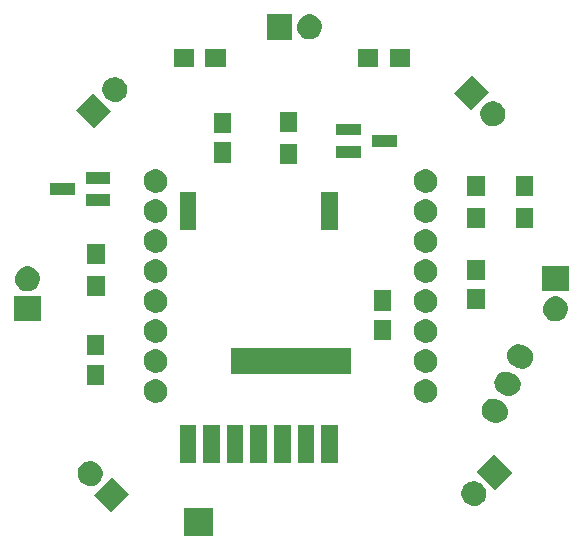
<source format=gts>
G04 #@! TF.FileFunction,Soldermask,Top*
%FSLAX46Y46*%
G04 Gerber Fmt 4.6, Leading zero omitted, Abs format (unit mm)*
G04 Created by KiCad (PCBNEW 4.0.4-stable) date Sunday 07 May 2017 'à' 19:16:10*
%MOMM*%
%LPD*%
G01*
G04 APERTURE LIST*
%ADD10C,0.100000*%
G04 APERTURE END LIST*
D10*
G36*
X138119200Y-111219200D02*
X135680800Y-111219200D01*
X135680800Y-108780800D01*
X138119200Y-108780800D01*
X138119200Y-111219200D01*
X138119200Y-111219200D01*
G37*
G36*
X131062542Y-107660645D02*
X129504645Y-109218542D01*
X128017458Y-107731355D01*
X129575355Y-106173458D01*
X131062542Y-107660645D01*
X131062542Y-107660645D01*
G37*
G36*
X160314407Y-106545149D02*
X160516417Y-106586617D01*
X160706539Y-106666536D01*
X160877510Y-106781858D01*
X161022826Y-106928192D01*
X161136950Y-107099963D01*
X161215538Y-107290632D01*
X161255526Y-107492587D01*
X161255526Y-107492592D01*
X161255594Y-107492936D01*
X161252305Y-107728489D01*
X161252228Y-107728827D01*
X161252228Y-107728836D01*
X161206616Y-107929597D01*
X161122737Y-108117993D01*
X161003858Y-108286513D01*
X160854512Y-108428734D01*
X160680387Y-108539238D01*
X160488112Y-108613816D01*
X160285019Y-108649627D01*
X160078833Y-108645308D01*
X159877412Y-108601023D01*
X159688430Y-108518458D01*
X159519089Y-108400763D01*
X159375829Y-108252414D01*
X159264112Y-108079063D01*
X159188192Y-107887310D01*
X159150964Y-107684475D01*
X159153843Y-107478264D01*
X159196722Y-107276539D01*
X159277963Y-107086987D01*
X159394478Y-106916823D01*
X159541822Y-106772533D01*
X159714389Y-106659608D01*
X159905603Y-106582352D01*
X160108176Y-106543710D01*
X160314407Y-106545149D01*
X160314407Y-106545149D01*
G37*
G36*
X163522542Y-105835355D02*
X162035355Y-107322542D01*
X160477458Y-105764645D01*
X161964645Y-104277458D01*
X163522542Y-105835355D01*
X163522542Y-105835355D01*
G37*
G36*
X127854407Y-104849047D02*
X128056417Y-104890515D01*
X128246539Y-104970434D01*
X128417510Y-105085756D01*
X128562826Y-105232090D01*
X128676950Y-105403861D01*
X128755538Y-105594530D01*
X128795526Y-105796485D01*
X128795526Y-105796490D01*
X128795594Y-105796834D01*
X128792305Y-106032387D01*
X128792228Y-106032725D01*
X128792228Y-106032734D01*
X128746616Y-106233495D01*
X128662737Y-106421891D01*
X128543858Y-106590411D01*
X128394512Y-106732632D01*
X128220387Y-106843136D01*
X128028112Y-106917714D01*
X127825019Y-106953525D01*
X127618833Y-106949206D01*
X127417412Y-106904921D01*
X127228430Y-106822356D01*
X127059089Y-106704661D01*
X126915829Y-106556312D01*
X126804112Y-106382961D01*
X126728192Y-106191208D01*
X126690964Y-105988373D01*
X126693843Y-105782162D01*
X126736722Y-105580437D01*
X126817963Y-105390885D01*
X126934478Y-105220721D01*
X127081822Y-105076431D01*
X127254389Y-104963506D01*
X127445603Y-104886250D01*
X127648176Y-104847608D01*
X127854407Y-104849047D01*
X127854407Y-104849047D01*
G37*
G36*
X136701600Y-105001600D02*
X135298400Y-105001600D01*
X135298400Y-101798400D01*
X136701600Y-101798400D01*
X136701600Y-105001600D01*
X136701600Y-105001600D01*
G37*
G36*
X138701600Y-105001600D02*
X137298400Y-105001600D01*
X137298400Y-101798400D01*
X138701600Y-101798400D01*
X138701600Y-105001600D01*
X138701600Y-105001600D01*
G37*
G36*
X140701600Y-105001600D02*
X139298400Y-105001600D01*
X139298400Y-101798400D01*
X140701600Y-101798400D01*
X140701600Y-105001600D01*
X140701600Y-105001600D01*
G37*
G36*
X142701600Y-105001600D02*
X141298400Y-105001600D01*
X141298400Y-101798400D01*
X142701600Y-101798400D01*
X142701600Y-105001600D01*
X142701600Y-105001600D01*
G37*
G36*
X144701600Y-105001600D02*
X143298400Y-105001600D01*
X143298400Y-101798400D01*
X144701600Y-101798400D01*
X144701600Y-105001600D01*
X144701600Y-105001600D01*
G37*
G36*
X146701600Y-105001600D02*
X145298400Y-105001600D01*
X145298400Y-101798400D01*
X146701600Y-101798400D01*
X146701600Y-105001600D01*
X146701600Y-105001600D01*
G37*
G36*
X148701600Y-105001600D02*
X147298400Y-105001600D01*
X147298400Y-101798400D01*
X148701600Y-101798400D01*
X148701600Y-105001600D01*
X148701600Y-105001600D01*
G37*
G36*
X162087211Y-99595968D02*
X162264890Y-99658539D01*
X162366601Y-99705968D01*
X162550988Y-99791949D01*
X162561245Y-99796820D01*
X162561251Y-99796824D01*
X162563109Y-99797706D01*
X162723896Y-99895851D01*
X162862557Y-100023357D01*
X162973812Y-100175367D01*
X163053422Y-100346093D01*
X163098355Y-100529029D01*
X163106900Y-100717209D01*
X163078731Y-100903466D01*
X163078719Y-100903499D01*
X163078718Y-100903506D01*
X163014924Y-101080700D01*
X162917929Y-101242126D01*
X162917927Y-101242128D01*
X162917902Y-101242170D01*
X162791366Y-101381718D01*
X162640136Y-101494032D01*
X162469971Y-101574832D01*
X162287353Y-101621041D01*
X162099237Y-101630899D01*
X161912789Y-101604031D01*
X161735110Y-101541461D01*
X161505818Y-101434540D01*
X161449012Y-101408051D01*
X161438755Y-101403180D01*
X161438749Y-101403176D01*
X161436891Y-101402294D01*
X161276104Y-101304149D01*
X161137442Y-101176642D01*
X161026188Y-101024633D01*
X160946578Y-100853907D01*
X160901645Y-100670971D01*
X160893100Y-100482790D01*
X160921269Y-100296534D01*
X160921281Y-100296500D01*
X160921282Y-100296495D01*
X160985076Y-100119300D01*
X161082071Y-99957874D01*
X161082073Y-99957872D01*
X161082098Y-99957830D01*
X161208634Y-99818282D01*
X161359864Y-99705968D01*
X161530029Y-99625168D01*
X161712647Y-99578959D01*
X161900763Y-99569101D01*
X162087211Y-99595968D01*
X162087211Y-99595968D01*
G37*
G36*
X156235206Y-97919065D02*
X156427611Y-97958561D01*
X156608694Y-98034681D01*
X156771536Y-98144519D01*
X156909943Y-98283895D01*
X157018640Y-98447500D01*
X157093492Y-98629102D01*
X157131575Y-98821439D01*
X157131575Y-98821444D01*
X157131643Y-98821788D01*
X157128510Y-99046141D01*
X157128433Y-99046479D01*
X157128433Y-99046488D01*
X157084994Y-99237687D01*
X157005103Y-99417126D01*
X156891876Y-99577633D01*
X156749631Y-99713092D01*
X156583785Y-99818341D01*
X156400652Y-99889374D01*
X156207216Y-99923482D01*
X156010832Y-99919368D01*
X155818990Y-99877190D01*
X155638992Y-99798550D01*
X155477702Y-99686451D01*
X155341254Y-99545155D01*
X155234849Y-99380046D01*
X155162538Y-99197410D01*
X155127081Y-99004220D01*
X155129823Y-98807813D01*
X155170663Y-98615679D01*
X155248042Y-98435140D01*
X155359016Y-98273067D01*
X155499354Y-98135637D01*
X155663717Y-98028082D01*
X155845839Y-97954499D01*
X156038781Y-97917694D01*
X156235206Y-97919065D01*
X156235206Y-97919065D01*
G37*
G36*
X133375206Y-97919065D02*
X133567611Y-97958561D01*
X133748694Y-98034681D01*
X133911536Y-98144519D01*
X134049943Y-98283895D01*
X134158640Y-98447500D01*
X134233492Y-98629102D01*
X134271575Y-98821439D01*
X134271575Y-98821444D01*
X134271643Y-98821788D01*
X134268510Y-99046141D01*
X134268433Y-99046479D01*
X134268433Y-99046488D01*
X134224994Y-99237687D01*
X134145103Y-99417126D01*
X134031876Y-99577633D01*
X133889631Y-99713092D01*
X133723785Y-99818341D01*
X133540652Y-99889374D01*
X133347216Y-99923482D01*
X133150832Y-99919368D01*
X132958990Y-99877190D01*
X132778992Y-99798550D01*
X132617702Y-99686451D01*
X132481254Y-99545155D01*
X132374849Y-99380046D01*
X132302538Y-99197410D01*
X132267081Y-99004220D01*
X132269823Y-98807813D01*
X132310663Y-98615679D01*
X132388042Y-98435140D01*
X132499016Y-98273067D01*
X132639354Y-98135637D01*
X132803717Y-98028082D01*
X132985839Y-97954499D01*
X133178781Y-97917694D01*
X133375206Y-97919065D01*
X133375206Y-97919065D01*
G37*
G36*
X163160661Y-97293946D02*
X163338340Y-97356517D01*
X163396166Y-97383482D01*
X163624438Y-97489927D01*
X163634695Y-97494798D01*
X163634701Y-97494802D01*
X163636559Y-97495684D01*
X163797346Y-97593829D01*
X163936007Y-97721335D01*
X164047262Y-97873345D01*
X164126872Y-98044071D01*
X164171805Y-98227007D01*
X164180350Y-98415187D01*
X164152181Y-98601444D01*
X164152169Y-98601477D01*
X164152168Y-98601484D01*
X164088374Y-98778678D01*
X163991379Y-98940104D01*
X163991377Y-98940106D01*
X163991352Y-98940148D01*
X163864816Y-99079696D01*
X163713586Y-99192010D01*
X163543421Y-99272810D01*
X163360803Y-99319019D01*
X163172687Y-99328877D01*
X162986239Y-99302009D01*
X162808560Y-99239439D01*
X162579268Y-99132518D01*
X162522462Y-99106029D01*
X162512205Y-99101158D01*
X162512199Y-99101154D01*
X162510341Y-99100272D01*
X162349554Y-99002127D01*
X162210892Y-98874620D01*
X162099638Y-98722611D01*
X162020028Y-98551885D01*
X161975095Y-98368949D01*
X161966550Y-98180768D01*
X161994719Y-97994512D01*
X161994731Y-97994478D01*
X161994732Y-97994473D01*
X162058526Y-97817278D01*
X162155521Y-97655852D01*
X162155523Y-97655850D01*
X162155548Y-97655808D01*
X162282084Y-97516260D01*
X162433314Y-97403946D01*
X162603479Y-97323146D01*
X162786097Y-97276937D01*
X162974213Y-97267079D01*
X163160661Y-97293946D01*
X163160661Y-97293946D01*
G37*
G36*
X128926600Y-98401600D02*
X127473400Y-98401600D01*
X127473400Y-96698400D01*
X128926600Y-96698400D01*
X128926600Y-98401600D01*
X128926600Y-98401600D01*
G37*
G36*
X149781600Y-97506600D02*
X139688400Y-97506600D01*
X139688400Y-95303400D01*
X149781600Y-95303400D01*
X149781600Y-97506600D01*
X149781600Y-97506600D01*
G37*
G36*
X133375206Y-95379065D02*
X133567611Y-95418561D01*
X133748694Y-95494681D01*
X133911536Y-95604519D01*
X134049943Y-95743895D01*
X134158640Y-95907500D01*
X134233492Y-96089102D01*
X134271575Y-96281439D01*
X134271575Y-96281444D01*
X134271643Y-96281788D01*
X134268510Y-96506141D01*
X134268433Y-96506479D01*
X134268433Y-96506488D01*
X134224994Y-96697687D01*
X134145103Y-96877126D01*
X134031876Y-97037633D01*
X133889631Y-97173092D01*
X133723785Y-97278341D01*
X133540652Y-97349374D01*
X133347216Y-97383482D01*
X133150832Y-97379368D01*
X132958990Y-97337190D01*
X132778992Y-97258550D01*
X132617702Y-97146451D01*
X132481254Y-97005155D01*
X132374849Y-96840046D01*
X132302538Y-96657410D01*
X132267081Y-96464220D01*
X132269823Y-96267813D01*
X132310663Y-96075679D01*
X132388042Y-95895140D01*
X132499016Y-95733067D01*
X132639354Y-95595637D01*
X132803717Y-95488082D01*
X132985839Y-95414499D01*
X133178781Y-95377694D01*
X133375206Y-95379065D01*
X133375206Y-95379065D01*
G37*
G36*
X156235206Y-95379065D02*
X156427611Y-95418561D01*
X156608694Y-95494681D01*
X156771536Y-95604519D01*
X156909943Y-95743895D01*
X157018640Y-95907500D01*
X157093492Y-96089102D01*
X157131575Y-96281439D01*
X157131575Y-96281444D01*
X157131643Y-96281788D01*
X157128510Y-96506141D01*
X157128433Y-96506479D01*
X157128433Y-96506488D01*
X157084994Y-96697687D01*
X157005103Y-96877126D01*
X156891876Y-97037633D01*
X156749631Y-97173092D01*
X156583785Y-97278341D01*
X156400652Y-97349374D01*
X156207216Y-97383482D01*
X156010832Y-97379368D01*
X155818990Y-97337190D01*
X155638992Y-97258550D01*
X155477702Y-97146451D01*
X155341254Y-97005155D01*
X155234849Y-96840046D01*
X155162538Y-96657410D01*
X155127081Y-96464220D01*
X155129823Y-96267813D01*
X155170663Y-96075679D01*
X155248042Y-95895140D01*
X155359016Y-95733067D01*
X155499354Y-95595637D01*
X155663717Y-95488082D01*
X155845839Y-95414499D01*
X156038781Y-95377694D01*
X156235206Y-95379065D01*
X156235206Y-95379065D01*
G37*
G36*
X164234112Y-94991924D02*
X164411791Y-95054495D01*
X164513502Y-95101924D01*
X164697889Y-95187905D01*
X164708146Y-95192776D01*
X164708152Y-95192780D01*
X164710010Y-95193662D01*
X164870797Y-95291807D01*
X165009458Y-95419313D01*
X165120713Y-95571323D01*
X165200323Y-95742049D01*
X165245256Y-95924985D01*
X165253801Y-96113165D01*
X165225632Y-96299422D01*
X165225620Y-96299455D01*
X165225619Y-96299462D01*
X165161825Y-96476656D01*
X165064830Y-96638082D01*
X165064828Y-96638084D01*
X165064803Y-96638126D01*
X164938267Y-96777674D01*
X164787037Y-96889988D01*
X164616872Y-96970788D01*
X164434254Y-97016997D01*
X164246138Y-97026855D01*
X164059690Y-96999987D01*
X163882011Y-96937417D01*
X163652719Y-96830496D01*
X163595913Y-96804007D01*
X163585656Y-96799136D01*
X163585650Y-96799132D01*
X163583792Y-96798250D01*
X163423005Y-96700105D01*
X163284343Y-96572598D01*
X163173089Y-96420589D01*
X163093479Y-96249863D01*
X163048546Y-96066927D01*
X163040001Y-95878746D01*
X163068170Y-95692490D01*
X163068182Y-95692456D01*
X163068183Y-95692451D01*
X163131977Y-95515256D01*
X163228972Y-95353830D01*
X163228974Y-95353828D01*
X163228999Y-95353786D01*
X163355535Y-95214238D01*
X163506765Y-95101924D01*
X163676930Y-95021124D01*
X163859548Y-94974915D01*
X164047664Y-94965057D01*
X164234112Y-94991924D01*
X164234112Y-94991924D01*
G37*
G36*
X128926600Y-95901600D02*
X127473400Y-95901600D01*
X127473400Y-94198400D01*
X128926600Y-94198400D01*
X128926600Y-95901600D01*
X128926600Y-95901600D01*
G37*
G36*
X156235206Y-92839065D02*
X156427611Y-92878561D01*
X156608694Y-92954681D01*
X156771536Y-93064519D01*
X156909943Y-93203895D01*
X157018640Y-93367500D01*
X157093492Y-93549102D01*
X157131575Y-93741439D01*
X157131575Y-93741444D01*
X157131643Y-93741788D01*
X157128510Y-93966141D01*
X157128433Y-93966479D01*
X157128433Y-93966488D01*
X157084994Y-94157687D01*
X157005103Y-94337126D01*
X156891876Y-94497633D01*
X156749631Y-94633092D01*
X156583785Y-94738341D01*
X156400652Y-94809374D01*
X156207216Y-94843482D01*
X156010832Y-94839368D01*
X155818990Y-94797190D01*
X155638992Y-94718550D01*
X155477702Y-94606451D01*
X155341254Y-94465155D01*
X155234849Y-94300046D01*
X155162538Y-94117410D01*
X155127081Y-93924220D01*
X155129823Y-93727813D01*
X155170663Y-93535679D01*
X155248042Y-93355140D01*
X155359016Y-93193067D01*
X155499354Y-93055637D01*
X155663717Y-92948082D01*
X155845839Y-92874499D01*
X156038781Y-92837694D01*
X156235206Y-92839065D01*
X156235206Y-92839065D01*
G37*
G36*
X133375206Y-92839065D02*
X133567611Y-92878561D01*
X133748694Y-92954681D01*
X133911536Y-93064519D01*
X134049943Y-93203895D01*
X134158640Y-93367500D01*
X134233492Y-93549102D01*
X134271575Y-93741439D01*
X134271575Y-93741444D01*
X134271643Y-93741788D01*
X134268510Y-93966141D01*
X134268433Y-93966479D01*
X134268433Y-93966488D01*
X134224994Y-94157687D01*
X134145103Y-94337126D01*
X134031876Y-94497633D01*
X133889631Y-94633092D01*
X133723785Y-94738341D01*
X133540652Y-94809374D01*
X133347216Y-94843482D01*
X133150832Y-94839368D01*
X132958990Y-94797190D01*
X132778992Y-94718550D01*
X132617702Y-94606451D01*
X132481254Y-94465155D01*
X132374849Y-94300046D01*
X132302538Y-94117410D01*
X132267081Y-93924220D01*
X132269823Y-93727813D01*
X132310663Y-93535679D01*
X132388042Y-93355140D01*
X132499016Y-93193067D01*
X132639354Y-93055637D01*
X132803717Y-92948082D01*
X132985839Y-92874499D01*
X133178781Y-92837694D01*
X133375206Y-92839065D01*
X133375206Y-92839065D01*
G37*
G36*
X153226600Y-94601600D02*
X151773400Y-94601600D01*
X151773400Y-92898400D01*
X153226600Y-92898400D01*
X153226600Y-94601600D01*
X153226600Y-94601600D01*
G37*
G36*
X167242458Y-90897098D02*
X167444468Y-90938566D01*
X167634590Y-91018485D01*
X167805561Y-91133807D01*
X167950877Y-91280141D01*
X168065001Y-91451912D01*
X168143589Y-91642581D01*
X168183577Y-91844536D01*
X168183577Y-91844541D01*
X168183645Y-91844885D01*
X168180356Y-92080438D01*
X168180279Y-92080776D01*
X168180279Y-92080785D01*
X168134667Y-92281546D01*
X168050788Y-92469942D01*
X167931909Y-92638462D01*
X167782563Y-92780683D01*
X167608438Y-92891187D01*
X167416163Y-92965765D01*
X167213070Y-93001576D01*
X167006884Y-92997257D01*
X166805463Y-92952972D01*
X166616481Y-92870407D01*
X166447140Y-92752712D01*
X166303880Y-92604363D01*
X166192163Y-92431012D01*
X166116243Y-92239259D01*
X166079015Y-92036424D01*
X166081894Y-91830213D01*
X166124773Y-91628488D01*
X166206014Y-91438936D01*
X166322529Y-91268772D01*
X166469873Y-91124482D01*
X166642440Y-91011557D01*
X166833654Y-90934301D01*
X167036227Y-90895659D01*
X167242458Y-90897098D01*
X167242458Y-90897098D01*
G37*
G36*
X123529600Y-92999600D02*
X121326400Y-92999600D01*
X121326400Y-90896400D01*
X123529600Y-90896400D01*
X123529600Y-92999600D01*
X123529600Y-92999600D01*
G37*
G36*
X156235206Y-90299065D02*
X156427611Y-90338561D01*
X156608694Y-90414681D01*
X156771536Y-90524519D01*
X156909943Y-90663895D01*
X157018640Y-90827500D01*
X157093492Y-91009102D01*
X157131575Y-91201439D01*
X157131575Y-91201444D01*
X157131643Y-91201788D01*
X157128510Y-91426141D01*
X157128433Y-91426479D01*
X157128433Y-91426488D01*
X157084994Y-91617687D01*
X157005103Y-91797126D01*
X156891876Y-91957633D01*
X156749631Y-92093092D01*
X156583785Y-92198341D01*
X156400652Y-92269374D01*
X156207216Y-92303482D01*
X156010832Y-92299368D01*
X155818990Y-92257190D01*
X155638992Y-92178550D01*
X155477702Y-92066451D01*
X155341254Y-91925155D01*
X155234849Y-91760046D01*
X155162538Y-91577410D01*
X155127081Y-91384220D01*
X155129823Y-91187813D01*
X155170663Y-90995679D01*
X155248042Y-90815140D01*
X155359016Y-90653067D01*
X155499354Y-90515637D01*
X155663717Y-90408082D01*
X155845839Y-90334499D01*
X156038781Y-90297694D01*
X156235206Y-90299065D01*
X156235206Y-90299065D01*
G37*
G36*
X133375206Y-90299065D02*
X133567611Y-90338561D01*
X133748694Y-90414681D01*
X133911536Y-90524519D01*
X134049943Y-90663895D01*
X134158640Y-90827500D01*
X134233492Y-91009102D01*
X134271575Y-91201439D01*
X134271575Y-91201444D01*
X134271643Y-91201788D01*
X134268510Y-91426141D01*
X134268433Y-91426479D01*
X134268433Y-91426488D01*
X134224994Y-91617687D01*
X134145103Y-91797126D01*
X134031876Y-91957633D01*
X133889631Y-92093092D01*
X133723785Y-92198341D01*
X133540652Y-92269374D01*
X133347216Y-92303482D01*
X133150832Y-92299368D01*
X132958990Y-92257190D01*
X132778992Y-92178550D01*
X132617702Y-92066451D01*
X132481254Y-91925155D01*
X132374849Y-91760046D01*
X132302538Y-91577410D01*
X132267081Y-91384220D01*
X132269823Y-91187813D01*
X132310663Y-90995679D01*
X132388042Y-90815140D01*
X132499016Y-90653067D01*
X132639354Y-90515637D01*
X132803717Y-90408082D01*
X132985839Y-90334499D01*
X133178781Y-90297694D01*
X133375206Y-90299065D01*
X133375206Y-90299065D01*
G37*
G36*
X153226600Y-92101600D02*
X151773400Y-92101600D01*
X151773400Y-90398400D01*
X153226600Y-90398400D01*
X153226600Y-92101600D01*
X153226600Y-92101600D01*
G37*
G36*
X161126600Y-92001600D02*
X159673400Y-92001600D01*
X159673400Y-90298400D01*
X161126600Y-90298400D01*
X161126600Y-92001600D01*
X161126600Y-92001600D01*
G37*
G36*
X128951600Y-90901600D02*
X127448400Y-90901600D01*
X127448400Y-89198400D01*
X128951600Y-89198400D01*
X128951600Y-90901600D01*
X128951600Y-90901600D01*
G37*
G36*
X122538458Y-88357098D02*
X122740468Y-88398566D01*
X122930590Y-88478485D01*
X123101561Y-88593807D01*
X123246877Y-88740141D01*
X123361001Y-88911912D01*
X123439589Y-89102581D01*
X123479577Y-89304536D01*
X123479577Y-89304541D01*
X123479645Y-89304885D01*
X123476356Y-89540438D01*
X123476279Y-89540776D01*
X123476279Y-89540785D01*
X123430667Y-89741546D01*
X123346788Y-89929942D01*
X123227909Y-90098462D01*
X123078563Y-90240683D01*
X122904438Y-90351187D01*
X122712163Y-90425765D01*
X122509070Y-90461576D01*
X122302884Y-90457257D01*
X122101463Y-90412972D01*
X121912481Y-90330407D01*
X121743140Y-90212712D01*
X121599880Y-90064363D01*
X121488163Y-89891012D01*
X121412243Y-89699259D01*
X121375015Y-89496424D01*
X121377894Y-89290213D01*
X121420773Y-89088488D01*
X121502014Y-88898936D01*
X121618529Y-88728772D01*
X121765873Y-88584482D01*
X121938440Y-88471557D01*
X122129654Y-88394301D01*
X122332227Y-88355659D01*
X122538458Y-88357098D01*
X122538458Y-88357098D01*
G37*
G36*
X168233600Y-90459600D02*
X166030400Y-90459600D01*
X166030400Y-88356400D01*
X168233600Y-88356400D01*
X168233600Y-90459600D01*
X168233600Y-90459600D01*
G37*
G36*
X156235206Y-87759065D02*
X156427611Y-87798561D01*
X156608694Y-87874681D01*
X156771536Y-87984519D01*
X156909943Y-88123895D01*
X157018640Y-88287500D01*
X157093492Y-88469102D01*
X157131575Y-88661439D01*
X157131575Y-88661444D01*
X157131643Y-88661788D01*
X157128510Y-88886141D01*
X157128433Y-88886479D01*
X157128433Y-88886488D01*
X157084994Y-89077687D01*
X157005103Y-89257126D01*
X156891876Y-89417633D01*
X156749631Y-89553092D01*
X156583785Y-89658341D01*
X156400652Y-89729374D01*
X156207216Y-89763482D01*
X156010832Y-89759368D01*
X155818990Y-89717190D01*
X155638992Y-89638550D01*
X155477702Y-89526451D01*
X155341254Y-89385155D01*
X155234849Y-89220046D01*
X155162538Y-89037410D01*
X155127081Y-88844220D01*
X155129823Y-88647813D01*
X155170663Y-88455679D01*
X155248042Y-88275140D01*
X155359016Y-88113067D01*
X155499354Y-87975637D01*
X155663717Y-87868082D01*
X155845839Y-87794499D01*
X156038781Y-87757694D01*
X156235206Y-87759065D01*
X156235206Y-87759065D01*
G37*
G36*
X133375206Y-87759065D02*
X133567611Y-87798561D01*
X133748694Y-87874681D01*
X133911536Y-87984519D01*
X134049943Y-88123895D01*
X134158640Y-88287500D01*
X134233492Y-88469102D01*
X134271575Y-88661439D01*
X134271575Y-88661444D01*
X134271643Y-88661788D01*
X134268510Y-88886141D01*
X134268433Y-88886479D01*
X134268433Y-88886488D01*
X134224994Y-89077687D01*
X134145103Y-89257126D01*
X134031876Y-89417633D01*
X133889631Y-89553092D01*
X133723785Y-89658341D01*
X133540652Y-89729374D01*
X133347216Y-89763482D01*
X133150832Y-89759368D01*
X132958990Y-89717190D01*
X132778992Y-89638550D01*
X132617702Y-89526451D01*
X132481254Y-89385155D01*
X132374849Y-89220046D01*
X132302538Y-89037410D01*
X132267081Y-88844220D01*
X132269823Y-88647813D01*
X132310663Y-88455679D01*
X132388042Y-88275140D01*
X132499016Y-88113067D01*
X132639354Y-87975637D01*
X132803717Y-87868082D01*
X132985839Y-87794499D01*
X133178781Y-87757694D01*
X133375206Y-87759065D01*
X133375206Y-87759065D01*
G37*
G36*
X161126600Y-89501600D02*
X159673400Y-89501600D01*
X159673400Y-87798400D01*
X161126600Y-87798400D01*
X161126600Y-89501600D01*
X161126600Y-89501600D01*
G37*
G36*
X128951600Y-88201600D02*
X127448400Y-88201600D01*
X127448400Y-86498400D01*
X128951600Y-86498400D01*
X128951600Y-88201600D01*
X128951600Y-88201600D01*
G37*
G36*
X133375206Y-85219065D02*
X133567611Y-85258561D01*
X133748694Y-85334681D01*
X133911536Y-85444519D01*
X134049943Y-85583895D01*
X134158640Y-85747500D01*
X134233492Y-85929102D01*
X134271575Y-86121439D01*
X134271575Y-86121444D01*
X134271643Y-86121788D01*
X134268510Y-86346141D01*
X134268433Y-86346479D01*
X134268433Y-86346488D01*
X134224994Y-86537687D01*
X134145103Y-86717126D01*
X134031876Y-86877633D01*
X133889631Y-87013092D01*
X133723785Y-87118341D01*
X133540652Y-87189374D01*
X133347216Y-87223482D01*
X133150832Y-87219368D01*
X132958990Y-87177190D01*
X132778992Y-87098550D01*
X132617702Y-86986451D01*
X132481254Y-86845155D01*
X132374849Y-86680046D01*
X132302538Y-86497410D01*
X132267081Y-86304220D01*
X132269823Y-86107813D01*
X132310663Y-85915679D01*
X132388042Y-85735140D01*
X132499016Y-85573067D01*
X132639354Y-85435637D01*
X132803717Y-85328082D01*
X132985839Y-85254499D01*
X133178781Y-85217694D01*
X133375206Y-85219065D01*
X133375206Y-85219065D01*
G37*
G36*
X156235206Y-85219065D02*
X156427611Y-85258561D01*
X156608694Y-85334681D01*
X156771536Y-85444519D01*
X156909943Y-85583895D01*
X157018640Y-85747500D01*
X157093492Y-85929102D01*
X157131575Y-86121439D01*
X157131575Y-86121444D01*
X157131643Y-86121788D01*
X157128510Y-86346141D01*
X157128433Y-86346479D01*
X157128433Y-86346488D01*
X157084994Y-86537687D01*
X157005103Y-86717126D01*
X156891876Y-86877633D01*
X156749631Y-87013092D01*
X156583785Y-87118341D01*
X156400652Y-87189374D01*
X156207216Y-87223482D01*
X156010832Y-87219368D01*
X155818990Y-87177190D01*
X155638992Y-87098550D01*
X155477702Y-86986451D01*
X155341254Y-86845155D01*
X155234849Y-86680046D01*
X155162538Y-86497410D01*
X155127081Y-86304220D01*
X155129823Y-86107813D01*
X155170663Y-85915679D01*
X155248042Y-85735140D01*
X155359016Y-85573067D01*
X155499354Y-85435637D01*
X155663717Y-85328082D01*
X155845839Y-85254499D01*
X156038781Y-85217694D01*
X156235206Y-85219065D01*
X156235206Y-85219065D01*
G37*
G36*
X148701600Y-85301600D02*
X147298400Y-85301600D01*
X147298400Y-82098400D01*
X148701600Y-82098400D01*
X148701600Y-85301600D01*
X148701600Y-85301600D01*
G37*
G36*
X136701600Y-85301600D02*
X135298400Y-85301600D01*
X135298400Y-82098400D01*
X136701600Y-82098400D01*
X136701600Y-85301600D01*
X136701600Y-85301600D01*
G37*
G36*
X161151600Y-85101600D02*
X159648400Y-85101600D01*
X159648400Y-83398400D01*
X161151600Y-83398400D01*
X161151600Y-85101600D01*
X161151600Y-85101600D01*
G37*
G36*
X165251600Y-85101600D02*
X163748400Y-85101600D01*
X163748400Y-83398400D01*
X165251600Y-83398400D01*
X165251600Y-85101600D01*
X165251600Y-85101600D01*
G37*
G36*
X156235206Y-82679065D02*
X156427611Y-82718561D01*
X156608694Y-82794681D01*
X156771536Y-82904519D01*
X156909943Y-83043895D01*
X157018640Y-83207500D01*
X157093492Y-83389102D01*
X157131575Y-83581439D01*
X157131575Y-83581444D01*
X157131643Y-83581788D01*
X157128510Y-83806141D01*
X157128433Y-83806479D01*
X157128433Y-83806488D01*
X157084994Y-83997687D01*
X157005103Y-84177126D01*
X156891876Y-84337633D01*
X156749631Y-84473092D01*
X156583785Y-84578341D01*
X156400652Y-84649374D01*
X156207216Y-84683482D01*
X156010832Y-84679368D01*
X155818990Y-84637190D01*
X155638992Y-84558550D01*
X155477702Y-84446451D01*
X155341254Y-84305155D01*
X155234849Y-84140046D01*
X155162538Y-83957410D01*
X155127081Y-83764220D01*
X155129823Y-83567813D01*
X155170663Y-83375679D01*
X155248042Y-83195140D01*
X155359016Y-83033067D01*
X155499354Y-82895637D01*
X155663717Y-82788082D01*
X155845839Y-82714499D01*
X156038781Y-82677694D01*
X156235206Y-82679065D01*
X156235206Y-82679065D01*
G37*
G36*
X133375206Y-82679065D02*
X133567611Y-82718561D01*
X133748694Y-82794681D01*
X133911536Y-82904519D01*
X134049943Y-83043895D01*
X134158640Y-83207500D01*
X134233492Y-83389102D01*
X134271575Y-83581439D01*
X134271575Y-83581444D01*
X134271643Y-83581788D01*
X134268510Y-83806141D01*
X134268433Y-83806479D01*
X134268433Y-83806488D01*
X134224994Y-83997687D01*
X134145103Y-84177126D01*
X134031876Y-84337633D01*
X133889631Y-84473092D01*
X133723785Y-84578341D01*
X133540652Y-84649374D01*
X133347216Y-84683482D01*
X133150832Y-84679368D01*
X132958990Y-84637190D01*
X132778992Y-84558550D01*
X132617702Y-84446451D01*
X132481254Y-84305155D01*
X132374849Y-84140046D01*
X132302538Y-83957410D01*
X132267081Y-83764220D01*
X132269823Y-83567813D01*
X132310663Y-83375679D01*
X132388042Y-83195140D01*
X132499016Y-83033067D01*
X132639354Y-82895637D01*
X132803717Y-82788082D01*
X132985839Y-82714499D01*
X133178781Y-82677694D01*
X133375206Y-82679065D01*
X133375206Y-82679065D01*
G37*
G36*
X129451600Y-83251600D02*
X127348400Y-83251600D01*
X127348400Y-82248400D01*
X129451600Y-82248400D01*
X129451600Y-83251600D01*
X129451600Y-83251600D01*
G37*
G36*
X165251600Y-82401600D02*
X163748400Y-82401600D01*
X163748400Y-80698400D01*
X165251600Y-80698400D01*
X165251600Y-82401600D01*
X165251600Y-82401600D01*
G37*
G36*
X161151600Y-82401600D02*
X159648400Y-82401600D01*
X159648400Y-80698400D01*
X161151600Y-80698400D01*
X161151600Y-82401600D01*
X161151600Y-82401600D01*
G37*
G36*
X126451600Y-82301600D02*
X124348400Y-82301600D01*
X124348400Y-81298400D01*
X126451600Y-81298400D01*
X126451600Y-82301600D01*
X126451600Y-82301600D01*
G37*
G36*
X156235206Y-80139065D02*
X156427611Y-80178561D01*
X156608694Y-80254681D01*
X156771536Y-80364519D01*
X156909943Y-80503895D01*
X157018640Y-80667500D01*
X157093492Y-80849102D01*
X157131575Y-81041439D01*
X157131575Y-81041444D01*
X157131643Y-81041788D01*
X157128510Y-81266141D01*
X157128433Y-81266479D01*
X157128433Y-81266488D01*
X157084994Y-81457687D01*
X157005103Y-81637126D01*
X156891876Y-81797633D01*
X156749631Y-81933092D01*
X156583785Y-82038341D01*
X156400652Y-82109374D01*
X156207216Y-82143482D01*
X156010832Y-82139368D01*
X155818990Y-82097190D01*
X155638992Y-82018550D01*
X155477702Y-81906451D01*
X155341254Y-81765155D01*
X155234849Y-81600046D01*
X155162538Y-81417410D01*
X155127081Y-81224220D01*
X155129823Y-81027813D01*
X155170663Y-80835679D01*
X155248042Y-80655140D01*
X155359016Y-80493067D01*
X155499354Y-80355637D01*
X155663717Y-80248082D01*
X155845839Y-80174499D01*
X156038781Y-80137694D01*
X156235206Y-80139065D01*
X156235206Y-80139065D01*
G37*
G36*
X133375206Y-80139065D02*
X133567611Y-80178561D01*
X133748694Y-80254681D01*
X133911536Y-80364519D01*
X134049943Y-80503895D01*
X134158640Y-80667500D01*
X134233492Y-80849102D01*
X134271575Y-81041439D01*
X134271575Y-81041444D01*
X134271643Y-81041788D01*
X134268510Y-81266141D01*
X134268433Y-81266479D01*
X134268433Y-81266488D01*
X134224994Y-81457687D01*
X134145103Y-81637126D01*
X134031876Y-81797633D01*
X133889631Y-81933092D01*
X133723785Y-82038341D01*
X133540652Y-82109374D01*
X133347216Y-82143482D01*
X133150832Y-82139368D01*
X132958990Y-82097190D01*
X132778992Y-82018550D01*
X132617702Y-81906451D01*
X132481254Y-81765155D01*
X132374849Y-81600046D01*
X132302538Y-81417410D01*
X132267081Y-81224220D01*
X132269823Y-81027813D01*
X132310663Y-80835679D01*
X132388042Y-80655140D01*
X132499016Y-80493067D01*
X132639354Y-80355637D01*
X132803717Y-80248082D01*
X132985839Y-80174499D01*
X133178781Y-80137694D01*
X133375206Y-80139065D01*
X133375206Y-80139065D01*
G37*
G36*
X129451600Y-81351600D02*
X127348400Y-81351600D01*
X127348400Y-80348400D01*
X129451600Y-80348400D01*
X129451600Y-81351600D01*
X129451600Y-81351600D01*
G37*
G36*
X145277600Y-79671600D02*
X143774400Y-79671600D01*
X143774400Y-77968400D01*
X145277600Y-77968400D01*
X145277600Y-79671600D01*
X145277600Y-79671600D01*
G37*
G36*
X139664600Y-79571600D02*
X138211400Y-79571600D01*
X138211400Y-77868400D01*
X139664600Y-77868400D01*
X139664600Y-79571600D01*
X139664600Y-79571600D01*
G37*
G36*
X150681600Y-79175600D02*
X148578400Y-79175600D01*
X148578400Y-78172400D01*
X150681600Y-78172400D01*
X150681600Y-79175600D01*
X150681600Y-79175600D01*
G37*
G36*
X153681600Y-78225600D02*
X151578400Y-78225600D01*
X151578400Y-77222400D01*
X153681600Y-77222400D01*
X153681600Y-78225600D01*
X153681600Y-78225600D01*
G37*
G36*
X150681600Y-77275600D02*
X148578400Y-77275600D01*
X148578400Y-76272400D01*
X150681600Y-76272400D01*
X150681600Y-77275600D01*
X150681600Y-77275600D01*
G37*
G36*
X139664600Y-77071600D02*
X138211400Y-77071600D01*
X138211400Y-75368400D01*
X139664600Y-75368400D01*
X139664600Y-77071600D01*
X139664600Y-77071600D01*
G37*
G36*
X145277600Y-76971600D02*
X143774400Y-76971600D01*
X143774400Y-75268400D01*
X145277600Y-75268400D01*
X145277600Y-76971600D01*
X145277600Y-76971600D01*
G37*
G36*
X129538542Y-75219355D02*
X128051355Y-76706542D01*
X126493458Y-75148645D01*
X127980645Y-73661458D01*
X129538542Y-75219355D01*
X129538542Y-75219355D01*
G37*
G36*
X161926509Y-74405149D02*
X162128519Y-74446617D01*
X162318641Y-74526536D01*
X162489612Y-74641858D01*
X162634928Y-74788192D01*
X162749052Y-74959963D01*
X162827640Y-75150632D01*
X162867628Y-75352587D01*
X162867628Y-75352592D01*
X162867696Y-75352936D01*
X162864407Y-75588489D01*
X162864330Y-75588827D01*
X162864330Y-75588836D01*
X162818718Y-75789597D01*
X162734839Y-75977993D01*
X162615960Y-76146513D01*
X162466614Y-76288734D01*
X162292489Y-76399238D01*
X162100214Y-76473816D01*
X161897121Y-76509627D01*
X161690935Y-76505308D01*
X161489514Y-76461023D01*
X161300532Y-76378458D01*
X161131191Y-76260763D01*
X160987931Y-76112414D01*
X160876214Y-75939063D01*
X160800294Y-75747310D01*
X160763066Y-75544475D01*
X160765945Y-75338264D01*
X160808824Y-75136539D01*
X160890065Y-74946987D01*
X161006580Y-74776823D01*
X161153924Y-74632533D01*
X161326491Y-74519608D01*
X161517705Y-74442352D01*
X161720278Y-74403710D01*
X161926509Y-74405149D01*
X161926509Y-74405149D01*
G37*
G36*
X161542542Y-73624645D02*
X159984645Y-75182542D01*
X158497458Y-73695355D01*
X160055355Y-72137458D01*
X161542542Y-73624645D01*
X161542542Y-73624645D01*
G37*
G36*
X129922509Y-72337047D02*
X130124519Y-72378515D01*
X130314641Y-72458434D01*
X130485612Y-72573756D01*
X130630928Y-72720090D01*
X130745052Y-72891861D01*
X130823640Y-73082530D01*
X130863628Y-73284485D01*
X130863628Y-73284490D01*
X130863696Y-73284834D01*
X130860407Y-73520387D01*
X130860330Y-73520725D01*
X130860330Y-73520734D01*
X130814718Y-73721495D01*
X130730839Y-73909891D01*
X130611960Y-74078411D01*
X130462614Y-74220632D01*
X130288489Y-74331136D01*
X130096214Y-74405714D01*
X129893121Y-74441525D01*
X129686935Y-74437206D01*
X129485514Y-74392921D01*
X129296532Y-74310356D01*
X129127191Y-74192661D01*
X128983931Y-74044312D01*
X128872214Y-73870961D01*
X128796294Y-73679208D01*
X128759066Y-73476373D01*
X128761945Y-73270162D01*
X128804824Y-73068437D01*
X128886065Y-72878885D01*
X129002580Y-72708721D01*
X129149924Y-72564431D01*
X129322491Y-72451506D01*
X129513705Y-72374250D01*
X129716278Y-72335608D01*
X129922509Y-72337047D01*
X129922509Y-72337047D01*
G37*
G36*
X154801600Y-71451600D02*
X153098400Y-71451600D01*
X153098400Y-69948400D01*
X154801600Y-69948400D01*
X154801600Y-71451600D01*
X154801600Y-71451600D01*
G37*
G36*
X152101600Y-71451600D02*
X150398400Y-71451600D01*
X150398400Y-69948400D01*
X152101600Y-69948400D01*
X152101600Y-71451600D01*
X152101600Y-71451600D01*
G37*
G36*
X139201600Y-71451600D02*
X137498400Y-71451600D01*
X137498400Y-69948400D01*
X139201600Y-69948400D01*
X139201600Y-71451600D01*
X139201600Y-71451600D01*
G37*
G36*
X136501600Y-71451600D02*
X134798400Y-71451600D01*
X134798400Y-69948400D01*
X136501600Y-69948400D01*
X136501600Y-71451600D01*
X136501600Y-71451600D01*
G37*
G36*
X144815600Y-69173600D02*
X142712400Y-69173600D01*
X142712400Y-66970400D01*
X144815600Y-66970400D01*
X144815600Y-69173600D01*
X144815600Y-69173600D01*
G37*
G36*
X146414458Y-67021098D02*
X146616468Y-67062566D01*
X146806590Y-67142485D01*
X146977561Y-67257807D01*
X147122877Y-67404141D01*
X147237001Y-67575912D01*
X147315589Y-67766581D01*
X147355577Y-67968536D01*
X147355577Y-67968541D01*
X147355645Y-67968885D01*
X147352356Y-68204438D01*
X147352279Y-68204776D01*
X147352279Y-68204785D01*
X147306667Y-68405546D01*
X147222788Y-68593942D01*
X147103909Y-68762462D01*
X146954563Y-68904683D01*
X146780438Y-69015187D01*
X146588163Y-69089765D01*
X146385070Y-69125576D01*
X146178884Y-69121257D01*
X145977463Y-69076972D01*
X145788481Y-68994407D01*
X145619140Y-68876712D01*
X145475880Y-68728363D01*
X145364163Y-68555012D01*
X145288243Y-68363259D01*
X145251015Y-68160424D01*
X145253894Y-67954213D01*
X145296773Y-67752488D01*
X145378014Y-67562936D01*
X145494529Y-67392772D01*
X145641873Y-67248482D01*
X145814440Y-67135557D01*
X146005654Y-67058301D01*
X146208227Y-67019659D01*
X146414458Y-67021098D01*
X146414458Y-67021098D01*
G37*
M02*

</source>
